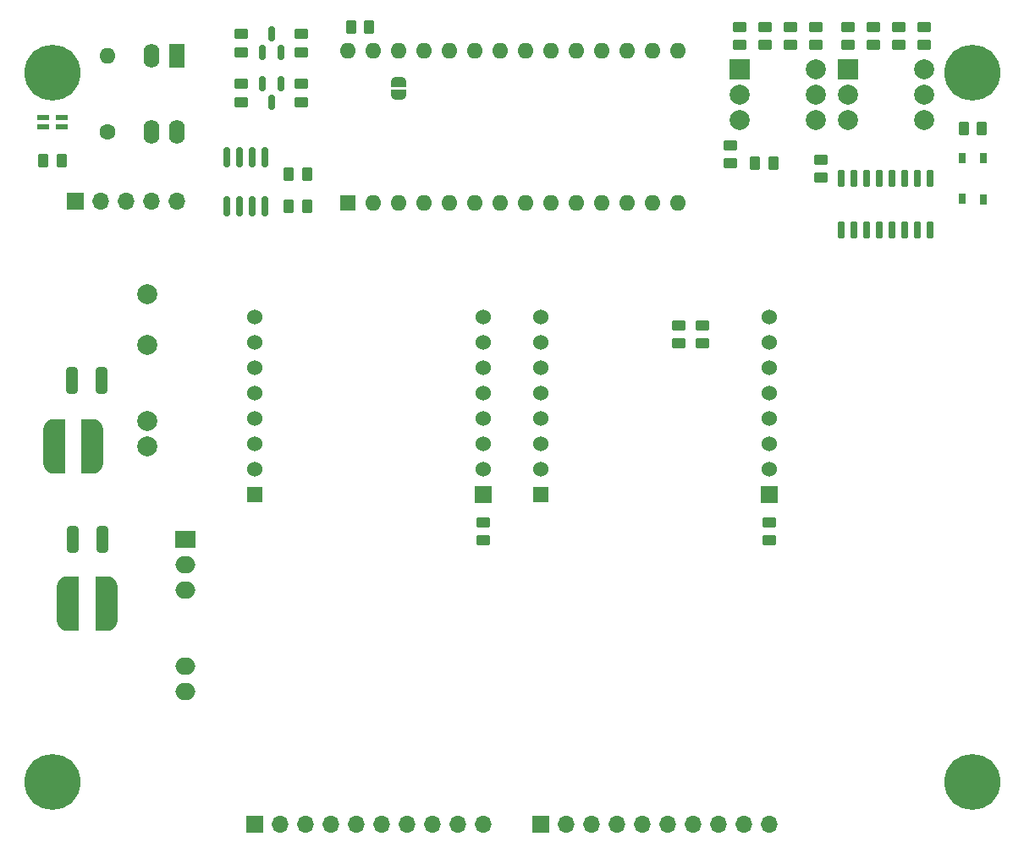
<source format=gts>
G04 #@! TF.GenerationSoftware,KiCad,Pcbnew,7.0.11*
G04 #@! TF.CreationDate,2024-07-15T12:45:27+02:00*
G04 #@! TF.ProjectId,NOP100,4e4f5031-3030-42e6-9b69-6361645f7063,221101*
G04 #@! TF.SameCoordinates,Original*
G04 #@! TF.FileFunction,Soldermask,Top*
G04 #@! TF.FilePolarity,Negative*
%FSLAX46Y46*%
G04 Gerber Fmt 4.6, Leading zero omitted, Abs format (unit mm)*
G04 Created by KiCad (PCBNEW 7.0.11) date 2024-07-15 12:45:27*
%MOMM*%
%LPD*%
G01*
G04 APERTURE LIST*
G04 Aperture macros list*
%AMRoundRect*
0 Rectangle with rounded corners*
0 $1 Rounding radius*
0 $2 $3 $4 $5 $6 $7 $8 $9 X,Y pos of 4 corners*
0 Add a 4 corners polygon primitive as box body*
4,1,4,$2,$3,$4,$5,$6,$7,$8,$9,$2,$3,0*
0 Add four circle primitives for the rounded corners*
1,1,$1+$1,$2,$3*
1,1,$1+$1,$4,$5*
1,1,$1+$1,$6,$7*
1,1,$1+$1,$8,$9*
0 Add four rect primitives between the rounded corners*
20,1,$1+$1,$2,$3,$4,$5,0*
20,1,$1+$1,$4,$5,$6,$7,0*
20,1,$1+$1,$6,$7,$8,$9,0*
20,1,$1+$1,$8,$9,$2,$3,0*%
%AMFreePoly0*
4,1,19,0.500000,-0.750000,0.000000,-0.750000,0.000000,-0.744911,-0.071157,-0.744911,-0.207708,-0.704816,-0.327430,-0.627875,-0.420627,-0.520320,-0.479746,-0.390866,-0.500000,-0.250000,-0.500000,0.250000,-0.479746,0.390866,-0.420627,0.520320,-0.327430,0.627875,-0.207708,0.704816,-0.071157,0.744911,0.000000,0.744911,0.000000,0.750000,0.500000,0.750000,0.500000,-0.750000,0.500000,-0.750000,
$1*%
%AMFreePoly1*
4,1,19,0.000000,0.744911,0.071157,0.744911,0.207708,0.704816,0.327430,0.627875,0.420627,0.520320,0.479746,0.390866,0.500000,0.250000,0.500000,-0.250000,0.479746,-0.390866,0.420627,-0.520320,0.327430,-0.627875,0.207708,-0.704816,0.071157,-0.744911,0.000000,-0.744911,0.000000,-0.750000,-0.500000,-0.750000,-0.500000,0.750000,0.000000,0.750000,0.000000,0.744911,0.000000,0.744911,
$1*%
%AMFreePoly2*
4,1,21,-1.075000,1.675000,-1.054344,1.884722,-0.993170,2.086385,-0.893830,2.272238,-0.760140,2.435140,-0.597238,2.568830,-0.411385,2.668170,-0.209722,2.729344,0.000000,2.750000,1.075000,2.750000,1.075000,-2.750000,0.000000,-2.750000,-0.209722,-2.729344,-0.411385,-2.668170,-0.597238,-2.568830,-0.760140,-2.435140,-0.893830,-2.272238,-0.993170,-2.086385,-1.054344,-1.884722,-1.075000,-1.675000,
-1.075000,1.675000,-1.075000,1.675000,$1*%
%AMFreePoly3*
4,1,21,-1.075000,2.750000,0.000000,2.750000,0.209722,2.729344,0.411385,2.668170,0.597238,2.568830,0.760140,2.435140,0.893830,2.272238,0.993170,2.086385,1.054344,1.884722,1.075000,1.675000,1.075000,-1.675000,1.054344,-1.884722,0.993170,-2.086385,0.893830,-2.272238,0.760140,-2.435140,0.597238,-2.568830,0.411385,-2.668170,0.209722,-2.729344,0.000000,-2.750000,-1.075000,-2.750000,
-1.075000,2.750000,-1.075000,2.750000,$1*%
G04 Aperture macros list end*
%ADD10C,3.600000*%
%ADD11C,5.600000*%
%ADD12RoundRect,0.250000X0.450000X-0.262500X0.450000X0.262500X-0.450000X0.262500X-0.450000X-0.262500X0*%
%ADD13C,2.000000*%
%ADD14R,2.000000X2.000000*%
%ADD15RoundRect,0.250000X0.262500X0.450000X-0.262500X0.450000X-0.262500X-0.450000X0.262500X-0.450000X0*%
%ADD16RoundRect,0.250000X-0.450000X0.262500X-0.450000X-0.262500X0.450000X-0.262500X0.450000X0.262500X0*%
%ADD17RoundRect,0.150000X0.150000X-0.587500X0.150000X0.587500X-0.150000X0.587500X-0.150000X-0.587500X0*%
%ADD18FreePoly0,90.000000*%
%ADD19FreePoly1,90.000000*%
%ADD20R,1.200000X0.600000*%
%ADD21RoundRect,0.250000X-0.262500X-0.450000X0.262500X-0.450000X0.262500X0.450000X-0.262500X0.450000X0*%
%ADD22FreePoly2,180.000000*%
%ADD23FreePoly3,180.000000*%
%ADD24RoundRect,0.250000X-0.312500X-1.075000X0.312500X-1.075000X0.312500X1.075000X-0.312500X1.075000X0*%
%ADD25RoundRect,0.150000X-0.150000X0.825000X-0.150000X-0.825000X0.150000X-0.825000X0.150000X0.825000X0*%
%ADD26RoundRect,0.150000X0.150000X-0.725000X0.150000X0.725000X-0.150000X0.725000X-0.150000X-0.725000X0*%
%ADD27C,1.600000*%
%ADD28O,1.600000X1.600000*%
%ADD29RoundRect,0.150000X-0.150000X0.587500X-0.150000X-0.587500X0.150000X-0.587500X0.150000X0.587500X0*%
%ADD30R,1.600000X1.600000*%
%ADD31R,1.700000X1.700000*%
%ADD32O,1.700000X1.700000*%
%ADD33R,2.000000X1.700000*%
%ADD34O,2.000000X1.700000*%
%ADD35R,1.600000X2.400000*%
%ADD36O,1.600000X2.400000*%
%ADD37R,1.676400X1.676400*%
%ADD38C,1.524000*%
%ADD39R,1.524000X1.524000*%
%ADD40R,0.650000X1.050000*%
G04 APERTURE END LIST*
D10*
X46000000Y35500000D03*
D11*
X46000000Y35500000D03*
D10*
X-46000000Y35500000D03*
D11*
X-46000000Y35500000D03*
D10*
X-46000000Y-35500000D03*
D11*
X-46000000Y-35500000D03*
D10*
X46000000Y-35500000D03*
D11*
X46000000Y-35500000D03*
D12*
X-2900000Y-11325000D03*
X-2900000Y-9500000D03*
D13*
X22790000Y33310000D03*
X30410000Y33310000D03*
D14*
X22790000Y35850000D03*
D13*
X30410000Y30770000D03*
X22790000Y30770000D03*
X30410000Y35850000D03*
D15*
X-20517500Y22110000D03*
X-22342500Y22110000D03*
D13*
X33560000Y33310000D03*
X41180000Y33310000D03*
D14*
X33560000Y35850000D03*
D13*
X41180000Y30770000D03*
X33560000Y30770000D03*
X41180000Y35850000D03*
D12*
X-21081000Y32566500D03*
X-21081000Y34391500D03*
D16*
X16700000Y10225000D03*
X16700000Y8400000D03*
X30900000Y26812500D03*
X30900000Y24987500D03*
D12*
X33560000Y38265000D03*
X33560000Y40090000D03*
D17*
X-25031000Y37541500D03*
X-23131000Y37541500D03*
X-24081000Y39416500D03*
D18*
X-11400000Y33300000D03*
D19*
X-11400000Y34600000D03*
D13*
X-36550000Y-1940000D03*
X-36550000Y600000D03*
X-36550000Y8220000D03*
X-36550000Y13300000D03*
D15*
X-45068500Y26700000D03*
X-46893500Y26700000D03*
D20*
X-46881000Y30100000D03*
X-45081000Y30100000D03*
X-45081000Y31050000D03*
X-46881000Y31050000D03*
D21*
X24287500Y26400000D03*
X26112500Y26400000D03*
D22*
X-40575000Y-17690000D03*
D23*
X-44425000Y-17690000D03*
D16*
X-27081000Y34391500D03*
X-27081000Y32566500D03*
D24*
X-43962500Y-11200000D03*
X-41037500Y-11200000D03*
D25*
X-24730000Y27040000D03*
X-26000000Y27040000D03*
X-27270000Y27040000D03*
X-28540000Y27040000D03*
X-28540000Y22090000D03*
X-27270000Y22090000D03*
X-26000000Y22090000D03*
X-24730000Y22090000D03*
D12*
X38680000Y38265000D03*
X38680000Y40090000D03*
D26*
X32950000Y19750000D03*
X34220000Y19750000D03*
X35490000Y19750000D03*
X36760000Y19750000D03*
X38030000Y19750000D03*
X39300000Y19750000D03*
X40570000Y19750000D03*
X41840000Y19750000D03*
X41840000Y24900000D03*
X40570000Y24900000D03*
X39300000Y24900000D03*
X38030000Y24900000D03*
X36760000Y24900000D03*
X35490000Y24900000D03*
X34220000Y24900000D03*
X32950000Y24900000D03*
D27*
X-40481000Y29579000D03*
D28*
X-40481000Y37199000D03*
D29*
X-23131000Y34416500D03*
X-25031000Y34416500D03*
X-24081000Y32541500D03*
D16*
X-21081000Y39391500D03*
X-21081000Y37566500D03*
D30*
X-16480000Y22460000D03*
D28*
X-13940000Y22460000D03*
X-11400000Y22460000D03*
X-8860000Y22460000D03*
X-6320000Y22460000D03*
X-3780000Y22460000D03*
X-1240000Y22460000D03*
X1300000Y22460000D03*
X3840000Y22460000D03*
X6380000Y22460000D03*
X8920000Y22460000D03*
X11460000Y22460000D03*
X14000000Y22460000D03*
X16540000Y22460000D03*
X16540000Y37700000D03*
X14000000Y37700000D03*
X11460000Y37700000D03*
X8920000Y37700000D03*
X6380000Y37700000D03*
X3840000Y37700000D03*
X1300000Y37700000D03*
X-1240000Y37700000D03*
X-3780000Y37700000D03*
X-6320000Y37700000D03*
X-8860000Y37700000D03*
X-11400000Y37700000D03*
X-13940000Y37700000D03*
X-16480000Y37700000D03*
D31*
X-43740000Y22670000D03*
D32*
X-41200000Y22670000D03*
X-38660000Y22670000D03*
X-36120000Y22670000D03*
X-33580000Y22670000D03*
D12*
X22790000Y38265000D03*
X22790000Y40090000D03*
D21*
X-22342500Y25300000D03*
X-20517500Y25300000D03*
D12*
X30410000Y38265000D03*
X30410000Y40090000D03*
D33*
X-32700000Y-11200000D03*
D34*
X-32700000Y-13740000D03*
X-32700000Y-16320000D03*
X-32700000Y-23900000D03*
X-32700000Y-26440000D03*
D15*
X47012500Y29900000D03*
X45187500Y29900000D03*
D35*
X-33560000Y37200000D03*
D36*
X-36090000Y37200000D03*
X-36090000Y29580000D03*
X-33550000Y29580000D03*
D12*
X36130000Y38265000D03*
X36130000Y40090000D03*
D37*
X25715000Y-6785000D03*
D38*
X25715000Y-4245000D03*
X25715000Y-1705000D03*
X25715000Y835000D03*
X25715000Y3375000D03*
X25715000Y5915000D03*
X25715000Y8455000D03*
X25715000Y10995000D03*
X2855000Y10995000D03*
X2855000Y8455000D03*
X2855000Y5915000D03*
X2855000Y3375000D03*
X2855000Y835000D03*
X2855000Y-1705000D03*
X2855000Y-4245000D03*
D39*
X2855000Y-6785000D03*
D21*
X-16112500Y40100000D03*
X-14287500Y40100000D03*
D24*
X-44025000Y4700000D03*
X-41100000Y4700000D03*
D12*
X25700000Y-11325000D03*
X25700000Y-9500000D03*
X-27081000Y37566500D03*
X-27081000Y39391500D03*
D37*
X-2900000Y-6740000D03*
D38*
X-2900000Y-4200000D03*
X-2900000Y-1660000D03*
X-2900000Y880000D03*
X-2900000Y3420000D03*
X-2900000Y5960000D03*
X-2900000Y8500000D03*
X-2900000Y11040000D03*
X-25760000Y11040000D03*
X-25760000Y8500000D03*
X-25760000Y5960000D03*
X-25760000Y3420000D03*
X-25760000Y880000D03*
X-25760000Y-1660000D03*
X-25760000Y-4200000D03*
D39*
X-25760000Y-6740000D03*
D31*
X2900000Y-39760000D03*
D32*
X5440000Y-39760000D03*
X7980000Y-39760000D03*
X10520000Y-39760000D03*
X13060000Y-39760000D03*
X15600000Y-39760000D03*
X18140000Y-39760000D03*
X20680000Y-39760000D03*
X23220000Y-39760000D03*
X25760000Y-39760000D03*
D22*
X-42000000Y-1940000D03*
D23*
X-45850000Y-1940000D03*
D12*
X27860000Y38265000D03*
X27860000Y40090000D03*
X25310000Y38265000D03*
X25310000Y40090000D03*
X41180000Y38265000D03*
X41180000Y40090000D03*
D16*
X19000000Y10225000D03*
X19000000Y8400000D03*
D31*
X-25750000Y-39760000D03*
D32*
X-23210000Y-39760000D03*
X-20670000Y-39760000D03*
X-18130000Y-39760000D03*
X-15590000Y-39760000D03*
X-13050000Y-39760000D03*
X-10510000Y-39760000D03*
X-7970000Y-39760000D03*
X-5430000Y-39760000D03*
X-2890000Y-39760000D03*
D40*
X47175000Y26975000D03*
X47175000Y22825000D03*
X45025000Y26975000D03*
X45025000Y22850000D03*
D12*
X21800000Y26400000D03*
X21800000Y28225000D03*
M02*

</source>
